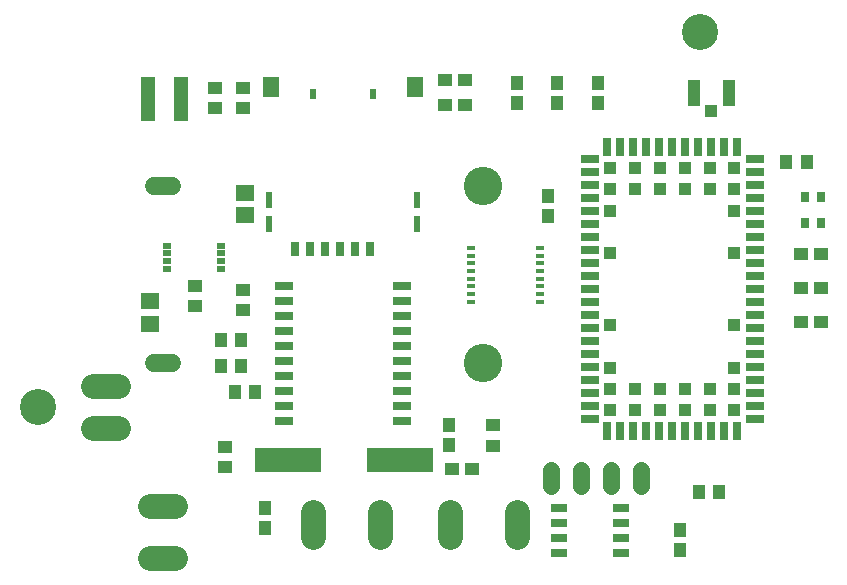
<source format=gbr>
G04 EAGLE Gerber RS-274X export*
G75*
%MOMM*%
%FSLAX34Y34*%
%LPD*%
%INSoldermask Top*%
%IPPOS*%
%AMOC8*
5,1,8,0,0,1.08239X$1,22.5*%
G01*
%ADD10C,3.050800*%
%ADD11R,1.250800X3.750800*%
%ADD12R,1.050800X1.100800*%
%ADD13R,1.100800X2.250800*%
%ADD14C,3.250800*%
%ADD15C,1.558800*%
%ADD16R,1.150800X1.050800*%
%ADD17R,1.050800X1.150800*%
%ADD18R,1.550800X1.350800*%
%ADD19R,1.450800X0.650800*%
%ADD20C,2.150800*%
%ADD21C,1.458800*%
%ADD22R,0.730800X0.500800*%
%ADD23R,0.800800X1.600800*%
%ADD24R,1.600800X0.800800*%
%ADD25R,1.100800X1.100800*%
%ADD26R,0.700800X1.200800*%
%ADD27R,1.450800X1.750800*%
%ADD28R,0.590800X0.850800*%
%ADD29R,0.500800X1.350800*%
%ADD30R,0.800800X0.350800*%
%ADD31R,0.750800X0.950800*%
%ADD32R,1.550800X0.650800*%
%ADD33R,5.650800X2.150800*%


D10*
X605000Y462000D03*
X45000Y144000D03*
D11*
X138000Y405000D03*
X166000Y405000D03*
D12*
X615000Y394750D03*
D13*
X629750Y410000D03*
X600250Y410000D03*
D14*
X422000Y181050D03*
X422000Y330950D03*
D15*
X157890Y181050D02*
X142810Y181050D01*
X142810Y330950D02*
X157890Y330950D01*
D16*
X389500Y421000D03*
X406500Y421000D03*
D17*
X588300Y22700D03*
X588300Y39700D03*
D18*
X140000Y233500D03*
X140000Y214500D03*
D17*
X392700Y128800D03*
X392700Y111800D03*
D16*
X389500Y400000D03*
X406500Y400000D03*
D18*
X220000Y306500D03*
X220000Y325500D03*
D17*
X450000Y401500D03*
X450000Y418500D03*
X484000Y401500D03*
X484000Y418500D03*
X519000Y401500D03*
X519000Y418500D03*
D16*
X707500Y245000D03*
X690500Y245000D03*
X707500Y274000D03*
X690500Y274000D03*
D19*
X538300Y20600D03*
X538300Y33300D03*
X538300Y46000D03*
X538300Y58700D03*
X486300Y58700D03*
X486300Y46000D03*
X486300Y33300D03*
X486300Y20600D03*
D20*
X394000Y34500D02*
X394000Y55500D01*
X450000Y55500D02*
X450000Y34500D01*
D21*
X479000Y76960D02*
X479000Y91040D01*
X504400Y91040D02*
X504400Y76960D01*
X555000Y76960D02*
X555000Y91040D01*
X529600Y91040D02*
X529600Y76960D01*
D16*
X203000Y93500D03*
X203000Y110500D03*
D17*
X199500Y201000D03*
X216500Y201000D03*
D16*
X177500Y230000D03*
X177500Y247000D03*
X195000Y414500D03*
X195000Y397500D03*
X218000Y414500D03*
X218000Y397500D03*
X218000Y226500D03*
X218000Y243500D03*
D17*
X199500Y179000D03*
X216500Y179000D03*
D22*
X153900Y280750D03*
X153900Y274250D03*
X153900Y267750D03*
X153900Y261250D03*
X200100Y261250D03*
X200100Y267750D03*
X200100Y274250D03*
X200100Y280750D03*
D23*
X582000Y124000D03*
X593000Y124000D03*
X571000Y124000D03*
X604000Y124000D03*
X560000Y124000D03*
X615000Y124000D03*
X549000Y124000D03*
X626000Y124000D03*
X538000Y124000D03*
X637000Y124000D03*
X527000Y124000D03*
X582000Y364000D03*
X593000Y364000D03*
X604000Y364000D03*
X615000Y364000D03*
X626000Y364000D03*
X637000Y364000D03*
X571000Y364000D03*
X560000Y364000D03*
X549000Y364000D03*
X538000Y364000D03*
X527000Y364000D03*
D24*
X512000Y134000D03*
X652000Y134000D03*
X512000Y145000D03*
X512000Y156000D03*
X512000Y167000D03*
X512000Y178000D03*
X512000Y189000D03*
X512000Y200000D03*
X512000Y211000D03*
X512000Y222000D03*
X512000Y233000D03*
X512000Y244000D03*
X512000Y255000D03*
X512000Y266000D03*
X512000Y277000D03*
X512000Y288000D03*
X512000Y299000D03*
X512000Y310000D03*
X512000Y321000D03*
X512000Y332000D03*
X512000Y343000D03*
X512000Y354000D03*
X652000Y145000D03*
X652000Y156000D03*
X652000Y167000D03*
X652000Y178000D03*
X652000Y189000D03*
X652000Y200000D03*
X652000Y211000D03*
X652000Y222000D03*
X652000Y233000D03*
X652000Y244000D03*
X652000Y255000D03*
X652000Y266000D03*
X652000Y277000D03*
X652000Y288000D03*
X652000Y299000D03*
X652000Y310000D03*
X652000Y321000D03*
X652000Y332000D03*
X652000Y343000D03*
X652000Y354000D03*
D25*
X529500Y141500D03*
X550500Y141500D03*
X571500Y141500D03*
X592500Y141500D03*
X613500Y141500D03*
X634500Y141500D03*
X529500Y159500D03*
X550500Y159500D03*
X571500Y159500D03*
X592500Y159500D03*
X613500Y159500D03*
X634500Y159500D03*
X529500Y346500D03*
X550500Y346500D03*
X571500Y346500D03*
X592500Y346500D03*
X613500Y346500D03*
X634500Y346500D03*
X529500Y328500D03*
X550500Y328500D03*
X571500Y328500D03*
X592500Y328500D03*
X613500Y328500D03*
X634500Y328500D03*
X529500Y177500D03*
X634500Y177500D03*
X529500Y310500D03*
X634500Y310500D03*
X529500Y213500D03*
X634500Y213500D03*
X529500Y274500D03*
X634500Y274500D03*
D26*
X300850Y277700D03*
X313550Y277700D03*
X326250Y277700D03*
X288150Y277700D03*
X275450Y277700D03*
X262750Y277700D03*
D27*
X364100Y415000D03*
X242000Y415000D03*
D28*
X328400Y409200D03*
X277600Y409200D03*
D29*
X365700Y299400D03*
X365700Y319400D03*
X240300Y299400D03*
X240300Y319400D03*
D30*
X411750Y246250D03*
X411750Y252750D03*
X411750Y239750D03*
X411750Y259250D03*
X411750Y233250D03*
X411750Y265750D03*
X411750Y278750D03*
X411750Y272250D03*
X470250Y233250D03*
X470250Y239750D03*
X470250Y246250D03*
X470250Y252750D03*
X470250Y259250D03*
X470250Y265750D03*
X470250Y272250D03*
X470250Y278750D03*
D20*
X112500Y126000D02*
X91500Y126000D01*
X91500Y162000D02*
X112500Y162000D01*
X139500Y60000D02*
X160500Y60000D01*
X160500Y16000D02*
X139500Y16000D01*
X278000Y34500D02*
X278000Y55500D01*
X334000Y55500D02*
X334000Y34500D01*
D17*
X211500Y157000D03*
X228500Y157000D03*
X621500Y72000D03*
X604500Y72000D03*
D16*
X430000Y111500D03*
X430000Y128500D03*
D17*
X477000Y305500D03*
X477000Y322500D03*
D16*
X707500Y216000D03*
X690500Y216000D03*
D31*
X707500Y322000D03*
X694500Y322000D03*
X707500Y300000D03*
X694500Y300000D03*
D17*
X678500Y352000D03*
X695500Y352000D03*
D16*
X395500Y92000D03*
X412500Y92000D03*
D17*
X237000Y58500D03*
X237000Y41500D03*
D32*
X253000Y183000D03*
X253000Y195700D03*
X253000Y170300D03*
X253000Y208400D03*
X253000Y157600D03*
X253000Y221100D03*
X253000Y144900D03*
X253000Y233800D03*
X253000Y132200D03*
X253000Y246500D03*
X353000Y246500D03*
X353000Y233800D03*
X353000Y221100D03*
X353000Y208400D03*
X353000Y195700D03*
X353000Y183000D03*
X353000Y170300D03*
X353000Y157600D03*
X353000Y144900D03*
X353000Y132200D03*
D33*
X256500Y99000D03*
X351500Y99000D03*
M02*

</source>
